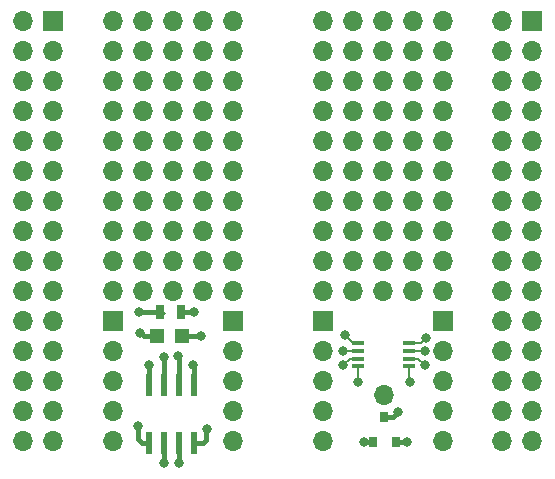
<source format=gbr>
%TF.GenerationSoftware,KiCad,Pcbnew,7.0.2*%
%TF.CreationDate,2024-01-29T22:05:23-05:00*%
%TF.ProjectId,dpx_perv_5x10-smt,6470785f-7065-4727-965f-357831302d73,rev?*%
%TF.SameCoordinates,Original*%
%TF.FileFunction,Copper,L1,Top*%
%TF.FilePolarity,Positive*%
%FSLAX46Y46*%
G04 Gerber Fmt 4.6, Leading zero omitted, Abs format (unit mm)*
G04 Created by KiCad (PCBNEW 7.0.2) date 2024-01-29 22:05:23*
%MOMM*%
%LPD*%
G01*
G04 APERTURE LIST*
%TA.AperFunction,SMDPad,CuDef*%
%ADD10R,0.800000X0.900000*%
%TD*%
%TA.AperFunction,ComponentPad*%
%ADD11R,1.700000X1.700000*%
%TD*%
%TA.AperFunction,ComponentPad*%
%ADD12O,1.700000X1.700000*%
%TD*%
%TA.AperFunction,SMDPad,CuDef*%
%ADD13R,0.599100X1.901000*%
%TD*%
%TA.AperFunction,SMDPad,CuDef*%
%ADD14R,1.100000X0.400000*%
%TD*%
%TA.AperFunction,SMDPad,CuDef*%
%ADD15R,1.200000X1.200000*%
%TD*%
%TA.AperFunction,SMDPad,CuDef*%
%ADD16R,0.800000X1.200000*%
%TD*%
%TA.AperFunction,ViaPad*%
%ADD17C,0.800000*%
%TD*%
%TA.AperFunction,Conductor*%
%ADD18C,0.200000*%
%TD*%
%TA.AperFunction,Conductor*%
%ADD19C,0.450000*%
%TD*%
%TA.AperFunction,Conductor*%
%ADD20C,0.250000*%
%TD*%
G04 APERTURE END LIST*
D10*
%TO.P,REF\u002A\u002A,1*%
%TO.N,N/C*%
X73310000Y-69230000D03*
%TO.P,REF\u002A\u002A,2*%
X75210000Y-69230000D03*
%TO.P,REF\u002A\u002A,3*%
X74260000Y-67130000D03*
%TD*%
D11*
%TO.P,REF\u002A\u002A,1*%
%TO.N,N/C*%
X51280000Y-59030000D03*
D12*
%TO.P,REF\u002A\u002A,2*%
X51280000Y-61570000D03*
%TO.P,REF\u002A\u002A,3*%
X51280000Y-64110000D03*
%TO.P,REF\u002A\u002A,4*%
X51280000Y-66650000D03*
%TO.P,REF\u002A\u002A,5*%
X51280000Y-69190000D03*
%TD*%
D13*
%TO.P,1,1,1-UD+*%
%TO.N,unconnected-(1-1-UD+-Pad1)*%
X58115000Y-64414600D03*
%TO.P,1,2,2-UD-*%
%TO.N,unconnected-(1-2-UD--Pad2)*%
X56845000Y-64414600D03*
%TO.P,1,3,3-GND*%
%TO.N,unconnected-(1-3-GND-Pad3)*%
X55575000Y-64414600D03*
%TO.P,1,4,4-RTS*%
%TO.N,unconnected-(1-4-RTS-Pad4)*%
X54305000Y-64414600D03*
%TO.P,1,5,5-VCC*%
%TO.N,unconnected-(1-5-VCC-Pad5)*%
X54305000Y-69325400D03*
%TO.P,1,6,6-TXD*%
%TO.N,unconnected-(1-6-TXD-Pad6)*%
X55575000Y-69325400D03*
%TO.P,1,7,7-RXD*%
%TO.N,unconnected-(1-7-RXD-Pad7)*%
X56845000Y-69325400D03*
%TO.P,1,8,8-V3*%
%TO.N,unconnected-(1-8-V3-Pad8)*%
X58115000Y-69325400D03*
%TD*%
D11*
%TO.P,J1,1,Pin_1*%
%TO.N,VCC*%
X46220000Y-33615000D03*
D12*
%TO.P,J1,2,Pin_2*%
%TO.N,GND*%
X43680000Y-33615000D03*
%TO.P,J1,3,Pin_3*%
%TO.N,VCC*%
X46220000Y-36155000D03*
%TO.P,J1,4,Pin_4*%
%TO.N,GND*%
X43680000Y-36155000D03*
%TO.P,J1,5,Pin_5*%
%TO.N,VCC*%
X46220000Y-38695000D03*
%TO.P,J1,6,Pin_6*%
%TO.N,GND*%
X43680000Y-38695000D03*
%TO.P,J1,7,Pin_7*%
%TO.N,VCC*%
X46220000Y-41235000D03*
%TO.P,J1,8,Pin_8*%
%TO.N,GND*%
X43680000Y-41235000D03*
%TO.P,J1,9,Pin_9*%
%TO.N,VCC*%
X46220000Y-43775000D03*
%TO.P,J1,10,Pin_10*%
%TO.N,GND*%
X43680000Y-43775000D03*
%TO.P,J1,11,Pin_11*%
%TO.N,VCC*%
X46220000Y-46315000D03*
%TO.P,J1,12,Pin_12*%
%TO.N,GND*%
X43680000Y-46315000D03*
%TO.P,J1,13,Pin_13*%
%TO.N,VCC*%
X46220000Y-48855000D03*
%TO.P,J1,14,Pin_14*%
%TO.N,GND*%
X43680000Y-48855000D03*
%TO.P,J1,15,Pin_15*%
%TO.N,VCC*%
X46220000Y-51395000D03*
%TO.P,J1,16,Pin_16*%
%TO.N,GND*%
X43680000Y-51395000D03*
%TO.P,J1,17,Pin_17*%
%TO.N,VCC*%
X46220000Y-53935000D03*
%TO.P,J1,18,Pin_18*%
%TO.N,GND*%
X43680000Y-53935000D03*
%TO.P,J1,19,Pin_19*%
%TO.N,VCC*%
X46220000Y-56475000D03*
%TO.P,J1,20,Pin_20*%
%TO.N,GND*%
X43680000Y-56475000D03*
%TO.P,J1,21*%
%TO.N,N/C*%
X46220000Y-59015000D03*
%TO.P,J1,22*%
X43680000Y-59015000D03*
%TO.P,J1,23*%
X46220000Y-61555000D03*
%TO.P,J1,24*%
X43680000Y-61555000D03*
%TO.P,J1,25*%
X46220000Y-64095000D03*
%TO.P,J1,26*%
X43680000Y-64095000D03*
%TO.P,J1,27*%
X46220000Y-66635000D03*
%TO.P,J1,28*%
X43680000Y-66635000D03*
%TO.P,J1,29*%
X46220000Y-69175000D03*
%TO.P,J1,30*%
X43680000Y-69175000D03*
%TD*%
D11*
%TO.P,J2,1,Pin_1*%
%TO.N,VCC*%
X86770000Y-33615000D03*
D12*
%TO.P,J2,2,Pin_2*%
%TO.N,GND*%
X84230000Y-33615000D03*
%TO.P,J2,3,Pin_3*%
%TO.N,VCC*%
X86770000Y-36155000D03*
%TO.P,J2,4,Pin_4*%
%TO.N,GND*%
X84230000Y-36155000D03*
%TO.P,J2,5,Pin_5*%
%TO.N,VCC*%
X86770000Y-38695000D03*
%TO.P,J2,6,Pin_6*%
%TO.N,GND*%
X84230000Y-38695000D03*
%TO.P,J2,7,Pin_7*%
%TO.N,VCC*%
X86770000Y-41235000D03*
%TO.P,J2,8,Pin_8*%
%TO.N,GND*%
X84230000Y-41235000D03*
%TO.P,J2,9,Pin_9*%
%TO.N,VCC*%
X86770000Y-43775000D03*
%TO.P,J2,10,Pin_10*%
%TO.N,GND*%
X84230000Y-43775000D03*
%TO.P,J2,11,Pin_11*%
%TO.N,VCC*%
X86770000Y-46315000D03*
%TO.P,J2,12,Pin_12*%
%TO.N,GND*%
X84230000Y-46315000D03*
%TO.P,J2,13,Pin_13*%
%TO.N,VCC*%
X86770000Y-48855000D03*
%TO.P,J2,14,Pin_14*%
%TO.N,GND*%
X84230000Y-48855000D03*
%TO.P,J2,15,Pin_15*%
%TO.N,VCC*%
X86770000Y-51395000D03*
%TO.P,J2,16,Pin_16*%
%TO.N,GND*%
X84230000Y-51395000D03*
%TO.P,J2,17,Pin_17*%
%TO.N,VCC*%
X86770000Y-53935000D03*
%TO.P,J2,18,Pin_18*%
%TO.N,GND*%
X84230000Y-53935000D03*
%TO.P,J2,19,Pin_19*%
%TO.N,VCC*%
X86770000Y-56475000D03*
%TO.P,J2,20,Pin_20*%
%TO.N,GND*%
X84230000Y-56475000D03*
%TO.P,J2,21*%
%TO.N,N/C*%
X86770000Y-59015000D03*
%TO.P,J2,22*%
X84230000Y-59015000D03*
%TO.P,J2,23*%
X86770000Y-61555000D03*
%TO.P,J2,24*%
X84230000Y-61555000D03*
%TO.P,J2,25*%
X86770000Y-64095000D03*
%TO.P,J2,26*%
X84230000Y-64095000D03*
%TO.P,J2,27*%
X86770000Y-66635000D03*
%TO.P,J2,28*%
X84230000Y-66635000D03*
%TO.P,J2,29*%
X86770000Y-69175000D03*
%TO.P,J2,30*%
X84230000Y-69175000D03*
%TD*%
D11*
%TO.P,REF\u002A\u002A,1*%
%TO.N,N/C*%
X79210000Y-59030000D03*
D12*
%TO.P,REF\u002A\u002A,2*%
X79210000Y-61570000D03*
%TO.P,REF\u002A\u002A,3*%
X79210000Y-64110000D03*
%TO.P,REF\u002A\u002A,4*%
X79210000Y-66650000D03*
%TO.P,REF\u002A\u002A,5*%
X79210000Y-69190000D03*
%TD*%
D14*
%TO.P,REF\u002A\u002A,1*%
%TO.N,N/C*%
X72050000Y-60885000D03*
%TO.P,REF\u002A\u002A,2*%
X72050000Y-61535000D03*
%TO.P,REF\u002A\u002A,3*%
X72050000Y-62185000D03*
%TO.P,REF\u002A\u002A,4*%
X72050000Y-62835000D03*
%TO.P,REF\u002A\u002A,5*%
X76350000Y-62835000D03*
%TO.P,REF\u002A\u002A,6*%
X76350000Y-62185000D03*
%TO.P,REF\u002A\u002A,7*%
X76350000Y-61535000D03*
%TO.P,REF\u002A\u002A,8*%
X76350000Y-60885000D03*
%TD*%
D15*
%TO.P,REF\u002A\u002A,A*%
%TO.N,N/C*%
X55010000Y-60290000D03*
%TO.P,REF\u002A\u002A,C*%
X57110000Y-60290000D03*
%TD*%
D11*
%TO.P,REF\u002A\u002A,1*%
%TO.N,N/C*%
X61440000Y-59030000D03*
D12*
%TO.P,REF\u002A\u002A,2*%
X61440000Y-61570000D03*
%TO.P,REF\u002A\u002A,3*%
X61440000Y-64110000D03*
%TO.P,REF\u002A\u002A,4*%
X61440000Y-66650000D03*
%TO.P,REF\u002A\u002A,5*%
X61440000Y-69190000D03*
%TD*%
%TO.P,,?*%
%TO.N,N/C*%
X74240000Y-65270000D03*
%TD*%
D16*
%TO.P,REF\u002A\u002A,1*%
%TO.N,N/C*%
X55230000Y-58270000D03*
%TO.P,REF\u002A\u002A,2*%
X57030000Y-58270000D03*
%TD*%
D11*
%TO.P,REF\u002A\u002A,1*%
%TO.N,N/C*%
X69050000Y-59030000D03*
D12*
%TO.P,REF\u002A\u002A,2*%
X69050000Y-61570000D03*
%TO.P,REF\u002A\u002A,3*%
X69050000Y-64110000D03*
%TO.P,REF\u002A\u002A,4*%
X69050000Y-66650000D03*
%TO.P,REF\u002A\u002A,5*%
X69050000Y-69190000D03*
%TD*%
%TO.P,U2,1*%
%TO.N,N/C*%
X79195000Y-46310000D03*
%TO.P,U2,2*%
X76655000Y-46310000D03*
%TO.P,U2,3*%
X74115000Y-46310000D03*
%TO.P,U2,4*%
X71575000Y-46310000D03*
%TO.P,U2,5*%
X69035000Y-46310000D03*
%TO.P,U2,6*%
X61435000Y-46310000D03*
%TO.P,U2,11*%
X79195000Y-48850000D03*
%TO.P,U2,12*%
X76655000Y-48850000D03*
%TO.P,U2,13*%
X74115000Y-48850000D03*
%TO.P,U2,14*%
X71575000Y-48850000D03*
%TO.P,U2,15*%
X69035000Y-48850000D03*
%TO.P,U2,16*%
X61435000Y-48850000D03*
%TO.P,U2,17*%
X58895000Y-48850000D03*
X58885000Y-46310000D03*
%TO.P,U2,18*%
X56355000Y-48850000D03*
X56345000Y-46310000D03*
%TO.P,U2,19*%
X53815000Y-48850000D03*
X53805000Y-46310000D03*
%TO.P,U2,20*%
X51275000Y-48850000D03*
X51265000Y-46310000D03*
%TO.P,U2,21*%
X79195000Y-51390000D03*
%TO.P,U2,22*%
X76655000Y-51390000D03*
%TO.P,U2,23*%
X74115000Y-51390000D03*
%TO.P,U2,24*%
X71575000Y-51390000D03*
%TO.P,U2,25*%
X69035000Y-51390000D03*
%TO.P,U2,26*%
X61435000Y-51390000D03*
%TO.P,U2,27*%
X58895000Y-51390000D03*
%TO.P,U2,28*%
X56355000Y-51390000D03*
%TO.P,U2,29*%
X53815000Y-51390000D03*
%TO.P,U2,30*%
X51275000Y-51390000D03*
%TO.P,U2,31*%
X79195000Y-53930000D03*
%TO.P,U2,32*%
X76655000Y-53930000D03*
%TO.P,U2,33*%
X74115000Y-53930000D03*
%TO.P,U2,34*%
X71575000Y-53930000D03*
%TO.P,U2,35*%
X69035000Y-53930000D03*
%TO.P,U2,36*%
X61435000Y-53930000D03*
%TO.P,U2,37*%
X58895000Y-53930000D03*
%TO.P,U2,38*%
X56355000Y-53930000D03*
%TO.P,U2,39*%
X53815000Y-53930000D03*
%TO.P,U2,40*%
X51275000Y-53930000D03*
%TO.P,U2,41*%
X79195000Y-56470000D03*
%TO.P,U2,42*%
X76655000Y-56470000D03*
%TO.P,U2,43*%
X74115000Y-56470000D03*
%TO.P,U2,44*%
X71575000Y-56470000D03*
%TO.P,U2,45*%
X69035000Y-56470000D03*
%TO.P,U2,46*%
X61435000Y-56470000D03*
%TO.P,U2,47*%
X58895000Y-56470000D03*
%TO.P,U2,48*%
X56355000Y-56470000D03*
%TO.P,U2,49*%
X53815000Y-56470000D03*
%TO.P,U2,50*%
X51275000Y-56470000D03*
%TD*%
%TO.P,U1,1*%
%TO.N,N/C*%
X79180000Y-33615000D03*
%TO.P,U1,2*%
X76640000Y-33615000D03*
%TO.P,U1,3*%
X74100000Y-33615000D03*
%TO.P,U1,4*%
X71560000Y-33615000D03*
%TO.P,U1,5*%
X69020000Y-33615000D03*
%TO.P,U1,6*%
X61420000Y-33615000D03*
%TO.P,U1,11*%
X79180000Y-36155000D03*
%TO.P,U1,12*%
X76640000Y-36155000D03*
%TO.P,U1,13*%
X74100000Y-36155000D03*
%TO.P,U1,14*%
X71560000Y-36155000D03*
%TO.P,U1,15*%
X69020000Y-36155000D03*
%TO.P,U1,16*%
X61420000Y-36155000D03*
%TO.P,U1,17*%
X58880000Y-36155000D03*
X58870000Y-33615000D03*
%TO.P,U1,18*%
X56340000Y-36155000D03*
X56330000Y-33615000D03*
%TO.P,U1,19*%
X53800000Y-36155000D03*
X53790000Y-33615000D03*
%TO.P,U1,20*%
X51260000Y-36155000D03*
X51250000Y-33615000D03*
%TO.P,U1,21*%
X79180000Y-38695000D03*
%TO.P,U1,22*%
X76640000Y-38695000D03*
%TO.P,U1,23*%
X74100000Y-38695000D03*
%TO.P,U1,24*%
X71560000Y-38695000D03*
%TO.P,U1,25*%
X69020000Y-38695000D03*
%TO.P,U1,26*%
X61420000Y-38695000D03*
%TO.P,U1,27*%
X58880000Y-38695000D03*
%TO.P,U1,28*%
X56340000Y-38695000D03*
%TO.P,U1,29*%
X53800000Y-38695000D03*
%TO.P,U1,30*%
X51260000Y-38695000D03*
%TO.P,U1,31*%
X79180000Y-41235000D03*
%TO.P,U1,32*%
X76640000Y-41235000D03*
%TO.P,U1,33*%
X74100000Y-41235000D03*
%TO.P,U1,34*%
X71560000Y-41235000D03*
%TO.P,U1,35*%
X69020000Y-41235000D03*
%TO.P,U1,36*%
X61420000Y-41235000D03*
%TO.P,U1,37*%
X58880000Y-41235000D03*
%TO.P,U1,38*%
X56340000Y-41235000D03*
%TO.P,U1,39*%
X53800000Y-41235000D03*
%TO.P,U1,40*%
X51260000Y-41235000D03*
%TO.P,U1,41*%
X79180000Y-43775000D03*
%TO.P,U1,42*%
X76640000Y-43775000D03*
%TO.P,U1,43*%
X74100000Y-43775000D03*
%TO.P,U1,44*%
X71560000Y-43775000D03*
%TO.P,U1,45*%
X69020000Y-43775000D03*
%TO.P,U1,46*%
X61420000Y-43775000D03*
%TO.P,U1,47*%
X58880000Y-43775000D03*
%TO.P,U1,48*%
X56340000Y-43775000D03*
%TO.P,U1,49*%
X53800000Y-43775000D03*
%TO.P,U1,50*%
X51260000Y-43775000D03*
%TD*%
D17*
%TO.N,*%
X75420000Y-66710000D03*
X70730000Y-62760000D03*
X72520000Y-69240000D03*
X58720000Y-60290000D03*
X77665000Y-62725000D03*
X77770000Y-60470000D03*
X77720000Y-61520000D03*
X70720000Y-61570000D03*
X76390000Y-64150000D03*
X76140000Y-69230000D03*
X53570000Y-60000000D03*
X53490000Y-58210000D03*
X58130000Y-58240000D03*
X70880000Y-60150000D03*
X72040000Y-64180000D03*
%TO.N,unconnected-(1-1-UD+-Pad1)*%
X58090000Y-62690000D03*
%TO.N,unconnected-(1-2-UD--Pad2)*%
X56800000Y-61980000D03*
%TO.N,unconnected-(1-3-GND-Pad3)*%
X55600000Y-62030000D03*
%TO.N,unconnected-(1-4-RTS-Pad4)*%
X54305000Y-62765000D03*
%TO.N,unconnected-(1-5-VCC-Pad5)*%
X53390000Y-67900000D03*
%TO.N,unconnected-(1-6-TXD-Pad6)*%
X55570000Y-71010000D03*
%TO.N,unconnected-(1-7-RXD-Pad7)*%
X56840000Y-70980000D03*
%TO.N,unconnected-(1-8-V3-Pad8)*%
X59220000Y-68110000D03*
%TD*%
D18*
%TO.N,*%
X77355000Y-60885000D02*
X76350000Y-60885000D01*
X77770000Y-60470000D02*
X77355000Y-60885000D01*
X77720000Y-61520000D02*
X77705000Y-61535000D01*
X77705000Y-61535000D02*
X76350000Y-61535000D01*
X77125000Y-62185000D02*
X76350000Y-62185000D01*
X77665000Y-62725000D02*
X77125000Y-62185000D01*
X76390000Y-64150000D02*
X76350000Y-64110000D01*
X76350000Y-64110000D02*
X76350000Y-62835000D01*
X72050000Y-64170000D02*
X72050000Y-62835000D01*
X72040000Y-64180000D02*
X72050000Y-64170000D01*
X71305000Y-62185000D02*
X72050000Y-62185000D01*
X70730000Y-62760000D02*
X71305000Y-62185000D01*
X70720000Y-61570000D02*
X70755000Y-61535000D01*
X70755000Y-61535000D02*
X72050000Y-61535000D01*
X71615000Y-60885000D02*
X72050000Y-60885000D01*
X70880000Y-60150000D02*
X71615000Y-60885000D01*
D19*
X72530000Y-69230000D02*
X72520000Y-69240000D01*
X53490000Y-58210000D02*
X55170000Y-58210000D01*
X57110000Y-60290000D02*
X58720000Y-60290000D01*
X53570000Y-60000000D02*
X53860000Y-60290000D01*
X76160000Y-69210000D02*
X76140000Y-69230000D01*
X75210000Y-69230000D02*
X76140000Y-69230000D01*
X57030000Y-58270000D02*
X58100000Y-58270000D01*
X58100000Y-58270000D02*
X58130000Y-58240000D01*
X53860000Y-60290000D02*
X55010000Y-60290000D01*
D20*
X55560000Y-58290000D02*
X55330000Y-58520000D01*
D19*
X73310000Y-69230000D02*
X72530000Y-69230000D01*
X75000000Y-67130000D02*
X75420000Y-66710000D01*
X74260000Y-67130000D02*
X75000000Y-67130000D01*
X55170000Y-58210000D02*
X55230000Y-58270000D01*
%TO.N,unconnected-(1-1-UD+-Pad1)*%
X58115000Y-64414600D02*
X58115000Y-62715000D01*
X58115000Y-62715000D02*
X58090000Y-62690000D01*
%TO.N,unconnected-(1-2-UD--Pad2)*%
X56845000Y-64414600D02*
X56845000Y-62025000D01*
X56845000Y-62025000D02*
X56800000Y-61980000D01*
%TO.N,unconnected-(1-3-GND-Pad3)*%
X55575000Y-64414600D02*
X55575000Y-62055000D01*
X55575000Y-62055000D02*
X55600000Y-62030000D01*
%TO.N,unconnected-(1-4-RTS-Pad4)*%
X54305000Y-62765000D02*
X54305000Y-64414600D01*
%TO.N,unconnected-(1-5-VCC-Pad5)*%
X53420000Y-68990000D02*
X53420000Y-67930000D01*
X53755400Y-69325400D02*
X53420000Y-68990000D01*
X54305000Y-69325400D02*
X53755400Y-69325400D01*
X53420000Y-67930000D02*
X53390000Y-67900000D01*
%TO.N,unconnected-(1-6-TXD-Pad6)*%
X55575000Y-69325400D02*
X55575000Y-71005000D01*
X55575000Y-71005000D02*
X55570000Y-71010000D01*
%TO.N,unconnected-(1-7-RXD-Pad7)*%
X56845000Y-70975000D02*
X56840000Y-70980000D01*
X56845000Y-69325400D02*
X56845000Y-70975000D01*
%TO.N,unconnected-(1-8-V3-Pad8)*%
X59190000Y-69070000D02*
X59190000Y-68140000D01*
X58115000Y-69325400D02*
X58934600Y-69325400D01*
X58934600Y-69325400D02*
X59190000Y-69070000D01*
X59190000Y-68140000D02*
X59220000Y-68110000D01*
%TD*%
M02*

</source>
